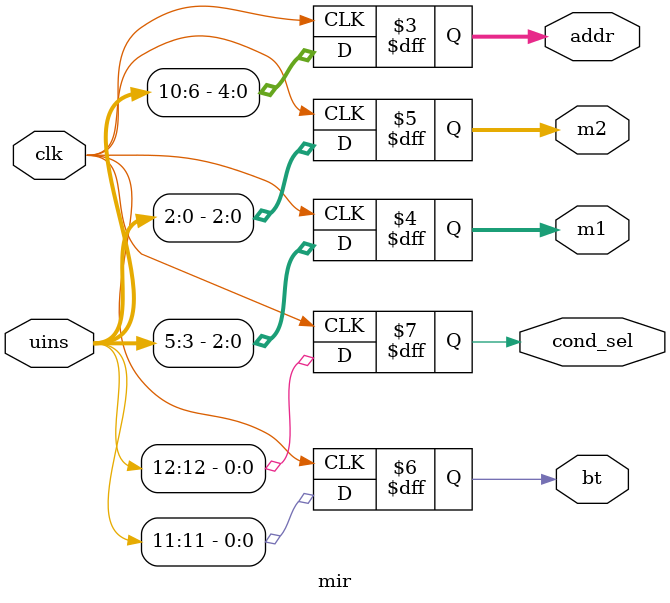
<source format=v>
module mir(clk, uins, addr, m1, m2, bt, cond_sel);
	input clk;
	input [12:0] uins;
	output reg [4:0] addr;
	output reg [2:0] m1, m2;
	output reg bt;
	output reg cond_sel;
	initial begin
		addr = 5'b0;
		m1 = 3'b0;
		m2 = 3'b0;
		bt = 1'b0;
		cond_sel = 1'b0;
	end
	always @(negedge clk) begin
		addr <= uins[10:6];
		m1 <= uins[5:3];
		m2 <= uins[2:0];
		bt <= uins[11];
		cond_sel <= uins[12];
	end
endmodule

</source>
